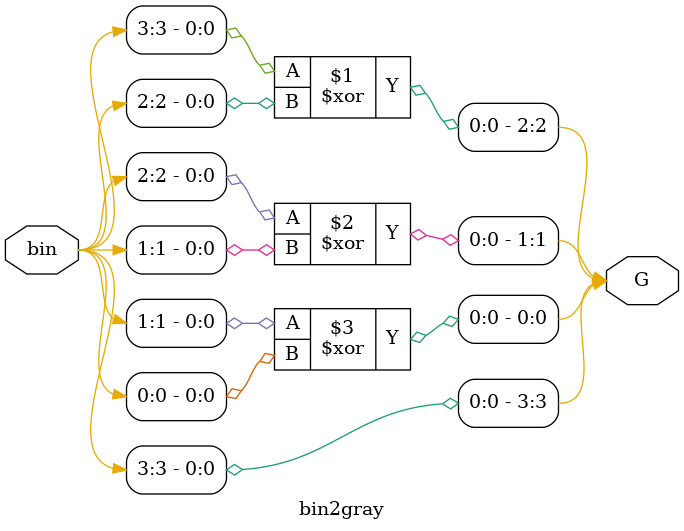
<source format=v>
`timescale 1ns / 1ps


module bin2gray
        (input [3:0] bin, //binary input
         output [3:0] G //gray code output
        );



assign G[3] = bin[3];
assign G[2] = bin[3] ^ bin[2];
assign G[1] = bin[2] ^ bin[1];
assign G[0] = bin[1] ^ bin[0];

endmodule

</source>
